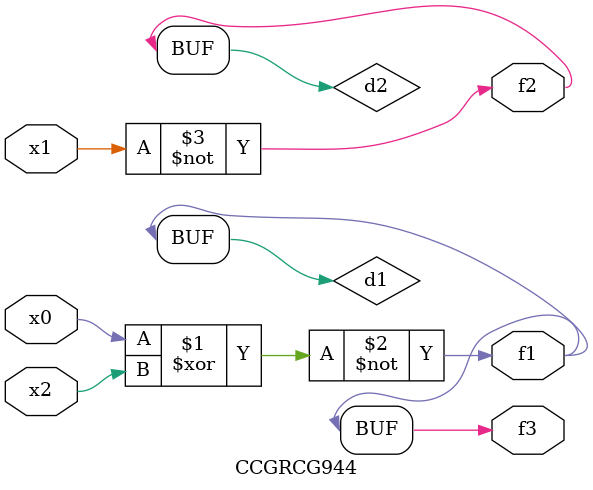
<source format=v>
module CCGRCG944(
	input x0, x1, x2,
	output f1, f2, f3
);

	wire d1, d2, d3;

	xnor (d1, x0, x2);
	nand (d2, x1);
	nor (d3, x1, x2);
	assign f1 = d1;
	assign f2 = d2;
	assign f3 = d1;
endmodule

</source>
